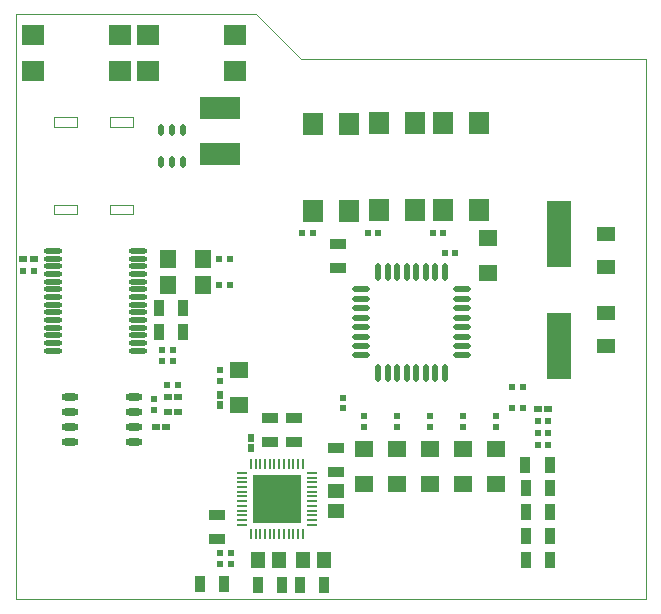
<source format=gtp>
G04*
G04 #@! TF.GenerationSoftware,Altium Limited,Altium Designer,19.1.8 (144)*
G04*
G04 Layer_Color=8421504*
%FSLAX25Y25*%
%MOIN*%
G70*
G01*
G75*
%ADD16C,0.00050*%
%ADD17C,0.00000*%
%ADD18R,0.05709X0.03543*%
%ADD19R,0.03543X0.05709*%
%ADD20R,0.06496X0.05118*%
%ADD21R,0.02165X0.02165*%
%ADD22O,0.05906X0.02165*%
%ADD23O,0.02165X0.05906*%
%ADD24R,0.02165X0.02165*%
%ADD25R,0.07480X0.06693*%
%ADD26R,0.08268X0.22047*%
%ADD27R,0.06300X0.05500*%
%ADD28R,0.15945X0.15945*%
%ADD29O,0.00787X0.03347*%
%ADD30O,0.03347X0.00787*%
%ADD31O,0.06102X0.01772*%
%ADD32R,0.06693X0.07480*%
%ADD33R,0.13386X0.07480*%
%ADD34R,0.05500X0.06300*%
%ADD35R,0.02598X0.02441*%
%ADD36R,0.02441X0.02598*%
%ADD37R,0.04606X0.05787*%
%ADD38R,0.05787X0.04606*%
%ADD39O,0.05709X0.02362*%
%ADD40O,0.01968X0.03937*%
D16*
X0Y195000D02*
X80000D01*
X205000Y0D02*
X210000D01*
Y180000D01*
X205000D02*
X210000D01*
X95000D02*
X205000D01*
X0Y0D02*
X205000D01*
X80000Y195000D02*
X95000Y180000D01*
X0Y0D02*
Y195000D01*
D17*
X38941Y128425D02*
Y131575D01*
X31461D02*
X38941D01*
X31461Y128425D02*
Y131575D01*
Y128425D02*
X38941D01*
X20240Y157559D02*
Y160709D01*
X12760D02*
X20240D01*
X12760Y157559D02*
Y160709D01*
Y157559D02*
X20240D01*
X38941D02*
Y160709D01*
X31461D02*
X38941D01*
X31461Y157559D02*
Y160709D01*
Y157559D02*
X38941D01*
X20240Y128425D02*
Y131575D01*
X12760D02*
X20240D01*
X12760Y128425D02*
Y131575D01*
Y128425D02*
X20240D01*
D18*
X107300Y110265D02*
D03*
Y118335D02*
D03*
X106600Y50535D02*
D03*
Y42465D02*
D03*
X67000Y19965D02*
D03*
Y28035D02*
D03*
X92800Y60435D02*
D03*
Y52365D02*
D03*
X84700Y60371D02*
D03*
Y52300D02*
D03*
D19*
X47565Y89200D02*
D03*
X55635D02*
D03*
X47565Y97100D02*
D03*
X55635D02*
D03*
X169865Y44900D02*
D03*
X177935D02*
D03*
X169893Y37000D02*
D03*
X177964D02*
D03*
X169965Y29000D02*
D03*
X178035D02*
D03*
X169965Y21000D02*
D03*
X178035D02*
D03*
X169965Y13000D02*
D03*
X178035D02*
D03*
X102735Y4900D02*
D03*
X94665D02*
D03*
X80765D02*
D03*
X88835D02*
D03*
X61465Y5000D02*
D03*
X69535D02*
D03*
D20*
X196800Y110878D02*
D03*
Y121902D02*
D03*
Y95524D02*
D03*
Y84500D02*
D03*
D21*
X168972Y70800D02*
D03*
X165428D02*
D03*
X168972Y63700D02*
D03*
X165428D02*
D03*
X146472Y115400D02*
D03*
X142928D02*
D03*
X2378Y109500D02*
D03*
X5922D02*
D03*
X142472Y122200D02*
D03*
X138928D02*
D03*
X120872Y122100D02*
D03*
X117328D02*
D03*
X98972D02*
D03*
X95428D02*
D03*
X52272Y79500D02*
D03*
X48728D02*
D03*
X52272Y83000D02*
D03*
X48728D02*
D03*
X177472Y51400D02*
D03*
X173928D02*
D03*
X177472Y55400D02*
D03*
X173928D02*
D03*
X71672Y15300D02*
D03*
X68128D02*
D03*
X68128Y11600D02*
D03*
X71672D02*
D03*
X177472Y59400D02*
D03*
X173928D02*
D03*
X67828Y113400D02*
D03*
X71372D02*
D03*
X67828Y104900D02*
D03*
X71372D02*
D03*
X50528Y71400D02*
D03*
X54072D02*
D03*
D22*
X115168Y81276D02*
D03*
Y84426D02*
D03*
Y87576D02*
D03*
Y90725D02*
D03*
Y93875D02*
D03*
Y97024D02*
D03*
Y100174D02*
D03*
Y103324D02*
D03*
X148632D02*
D03*
Y100174D02*
D03*
Y97024D02*
D03*
Y93875D02*
D03*
Y90725D02*
D03*
Y87576D02*
D03*
Y84426D02*
D03*
Y81276D02*
D03*
D23*
X120876Y109032D02*
D03*
X124026D02*
D03*
X127176D02*
D03*
X130325D02*
D03*
X133475D02*
D03*
X136624D02*
D03*
X139774D02*
D03*
X142924D02*
D03*
Y75568D02*
D03*
X139774D02*
D03*
X136624D02*
D03*
X133475D02*
D03*
X130325D02*
D03*
X127176D02*
D03*
X124026D02*
D03*
X120876D02*
D03*
D24*
X108900Y67172D02*
D03*
Y63628D02*
D03*
X159900Y57428D02*
D03*
Y60972D02*
D03*
X68000Y72857D02*
D03*
Y76400D02*
D03*
X45900Y63128D02*
D03*
Y66672D02*
D03*
X126900Y60972D02*
D03*
Y57428D02*
D03*
X115900Y60972D02*
D03*
Y57428D02*
D03*
X137900Y60972D02*
D03*
Y57428D02*
D03*
X148900Y60972D02*
D03*
Y57428D02*
D03*
D25*
X34874Y176123D02*
D03*
Y188123D02*
D03*
X5874Y176123D02*
D03*
Y188123D02*
D03*
X44026Y188177D02*
D03*
Y176177D02*
D03*
X73026Y188177D02*
D03*
Y176177D02*
D03*
D26*
X181000Y121902D02*
D03*
Y84500D02*
D03*
D27*
X157300Y108600D02*
D03*
Y120400D02*
D03*
X159900Y38300D02*
D03*
Y50100D02*
D03*
X148900Y38300D02*
D03*
Y50100D02*
D03*
X137900Y38300D02*
D03*
Y50100D02*
D03*
X126900Y38300D02*
D03*
Y50100D02*
D03*
X115900Y38300D02*
D03*
Y50100D02*
D03*
X74500Y76400D02*
D03*
Y64600D02*
D03*
D28*
X87000Y33500D02*
D03*
D29*
X78339Y45213D02*
D03*
X79913D02*
D03*
X81488D02*
D03*
X83063D02*
D03*
X84638D02*
D03*
X86213D02*
D03*
X87787D02*
D03*
X89362D02*
D03*
X90937D02*
D03*
X92512D02*
D03*
X94087D02*
D03*
X95661D02*
D03*
Y21787D02*
D03*
X94087D02*
D03*
X92512D02*
D03*
X90937D02*
D03*
X89362D02*
D03*
X87787D02*
D03*
X86213D02*
D03*
X84638D02*
D03*
X83063D02*
D03*
X81488D02*
D03*
X79913D02*
D03*
X78339D02*
D03*
D30*
X98713Y42161D02*
D03*
Y40587D02*
D03*
Y39012D02*
D03*
Y37437D02*
D03*
Y35862D02*
D03*
Y34287D02*
D03*
Y32713D02*
D03*
Y31138D02*
D03*
Y29563D02*
D03*
Y27988D02*
D03*
Y26413D02*
D03*
Y24839D02*
D03*
X75287D02*
D03*
Y26413D02*
D03*
Y27988D02*
D03*
Y29563D02*
D03*
Y31138D02*
D03*
Y32713D02*
D03*
Y34287D02*
D03*
Y35862D02*
D03*
Y37437D02*
D03*
Y39012D02*
D03*
Y40587D02*
D03*
Y42161D02*
D03*
D31*
X12525Y116134D02*
D03*
Y113575D02*
D03*
Y111016D02*
D03*
Y108457D02*
D03*
Y105898D02*
D03*
Y103339D02*
D03*
Y100779D02*
D03*
Y98220D02*
D03*
Y95661D02*
D03*
Y93102D02*
D03*
Y90543D02*
D03*
Y87984D02*
D03*
Y85425D02*
D03*
Y82866D02*
D03*
X40675Y116134D02*
D03*
Y113575D02*
D03*
Y111016D02*
D03*
Y108457D02*
D03*
Y105898D02*
D03*
Y103339D02*
D03*
Y100779D02*
D03*
Y98220D02*
D03*
Y95661D02*
D03*
Y93102D02*
D03*
Y90543D02*
D03*
Y87984D02*
D03*
Y85425D02*
D03*
Y82866D02*
D03*
D32*
X142323Y129826D02*
D03*
X154323D02*
D03*
X142323Y158826D02*
D03*
X154323D02*
D03*
X120923Y129626D02*
D03*
X132923D02*
D03*
X120923Y158626D02*
D03*
X132923D02*
D03*
X98923Y129526D02*
D03*
X110923D02*
D03*
X98923Y158526D02*
D03*
X110923D02*
D03*
D33*
X68000Y163677D02*
D03*
Y148323D02*
D03*
D34*
X50600Y104900D02*
D03*
X62400D02*
D03*
X50600Y113400D02*
D03*
X62400D02*
D03*
D35*
X2468Y113575D02*
D03*
X5932D02*
D03*
X177432Y63400D02*
D03*
X173968D02*
D03*
X54032Y67400D02*
D03*
X50568D02*
D03*
X54032Y62400D02*
D03*
X50568D02*
D03*
X50032Y57400D02*
D03*
X46568D02*
D03*
D36*
X68000Y64600D02*
D03*
Y68065D02*
D03*
X78300Y53732D02*
D03*
Y50268D02*
D03*
D37*
X80875Y13000D02*
D03*
X87725D02*
D03*
X102625D02*
D03*
X95775D02*
D03*
D38*
X106600Y29275D02*
D03*
Y36125D02*
D03*
D39*
X39528Y52400D02*
D03*
Y57400D02*
D03*
Y62400D02*
D03*
Y67400D02*
D03*
X18072Y52400D02*
D03*
Y57400D02*
D03*
Y62400D02*
D03*
Y67400D02*
D03*
D40*
X55740Y156315D02*
D03*
X52000D02*
D03*
X48260D02*
D03*
X55740Y145685D02*
D03*
X52000D02*
D03*
X48260D02*
D03*
M02*

</source>
